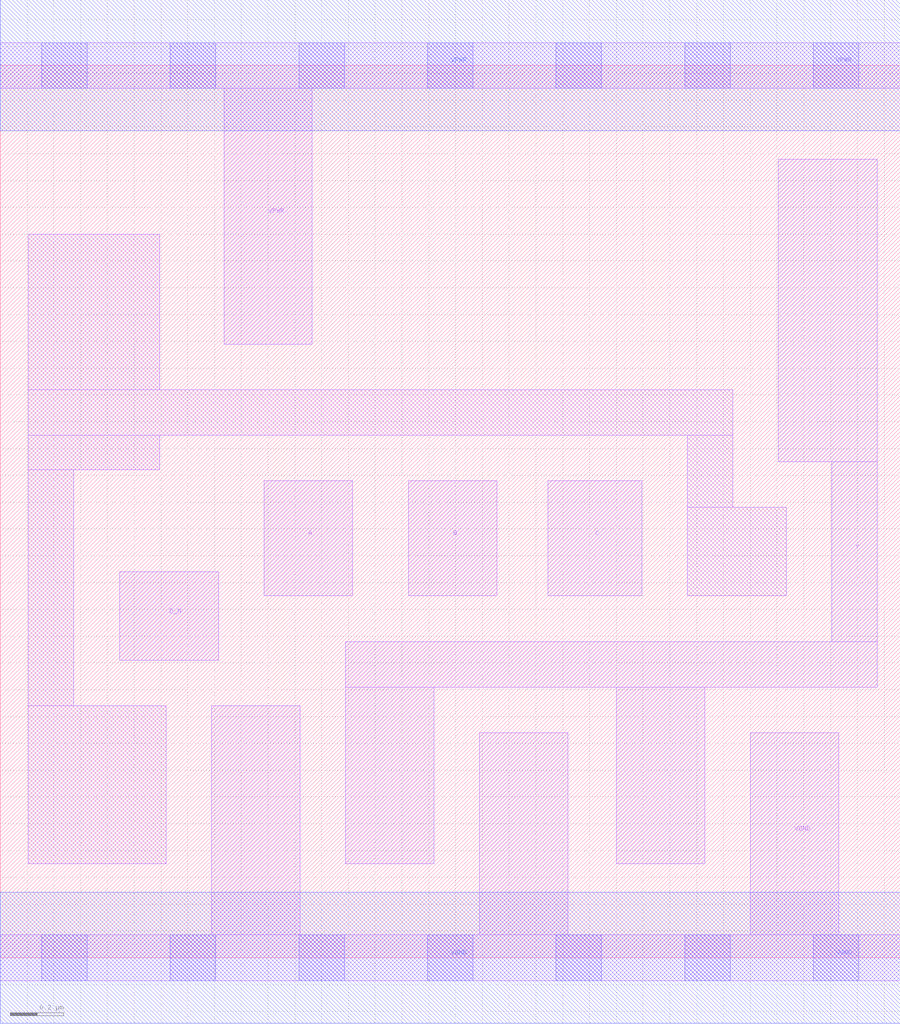
<source format=lef>
# Copyright 2020 The SkyWater PDK Authors
#
# Licensed under the Apache License, Version 2.0 (the "License");
# you may not use this file except in compliance with the License.
# You may obtain a copy of the License at
#
#     https://www.apache.org/licenses/LICENSE-2.0
#
# Unless required by applicable law or agreed to in writing, software
# distributed under the License is distributed on an "AS IS" BASIS,
# WITHOUT WARRANTIES OR CONDITIONS OF ANY KIND, either express or implied.
# See the License for the specific language governing permissions and
# limitations under the License.
#
# SPDX-License-Identifier: Apache-2.0

VERSION 5.7 ;
  NAMESCASESENSITIVE ON ;
  NOWIREEXTENSIONATPIN ON ;
  DIVIDERCHAR "/" ;
  BUSBITCHARS "[]" ;
UNITS
  DATABASE MICRONS 200 ;
END UNITS
MACRO sky130_fd_sc_hs__nor4b_1
  CLASS CORE ;
  SOURCE USER ;
  FOREIGN sky130_fd_sc_hs__nor4b_1 ;
  ORIGIN  0.000000  0.000000 ;
  SIZE  3.360000 BY  3.330000 ;
  SYMMETRY X Y ;
  SITE unit ;
  PIN A
    ANTENNAGATEAREA  0.279000 ;
    DIRECTION INPUT ;
    USE SIGNAL ;
    PORT
      LAYER li1 ;
        RECT 0.985000 1.350000 1.315000 1.780000 ;
    END
  END A
  PIN B
    ANTENNAGATEAREA  0.279000 ;
    DIRECTION INPUT ;
    USE SIGNAL ;
    PORT
      LAYER li1 ;
        RECT 1.525000 1.350000 1.855000 1.780000 ;
    END
  END B
  PIN C
    ANTENNAGATEAREA  0.279000 ;
    DIRECTION INPUT ;
    USE SIGNAL ;
    PORT
      LAYER li1 ;
        RECT 2.045000 1.350000 2.395000 1.780000 ;
    END
  END C
  PIN D_N
    ANTENNAGATEAREA  0.208500 ;
    DIRECTION INPUT ;
    USE SIGNAL ;
    PORT
      LAYER li1 ;
        RECT 0.445000 1.110000 0.815000 1.440000 ;
    END
  END D_N
  PIN Y
    ANTENNADIFFAREA  0.879200 ;
    DIRECTION OUTPUT ;
    USE SIGNAL ;
    PORT
      LAYER li1 ;
        RECT 1.290000 0.350000 1.620000 1.010000 ;
        RECT 1.290000 1.010000 3.275000 1.180000 ;
        RECT 2.300000 0.350000 2.630000 1.010000 ;
        RECT 2.905000 1.850000 3.275000 2.980000 ;
        RECT 3.105000 1.180000 3.275000 1.850000 ;
    END
  END Y
  PIN VGND
    DIRECTION INOUT ;
    USE GROUND ;
    PORT
      LAYER li1 ;
        RECT 0.000000 -0.085000 3.360000 0.085000 ;
        RECT 0.790000  0.085000 1.120000 0.940000 ;
        RECT 1.790000  0.085000 2.120000 0.840000 ;
        RECT 2.800000  0.085000 3.130000 0.840000 ;
      LAYER mcon ;
        RECT 0.155000 -0.085000 0.325000 0.085000 ;
        RECT 0.635000 -0.085000 0.805000 0.085000 ;
        RECT 1.115000 -0.085000 1.285000 0.085000 ;
        RECT 1.595000 -0.085000 1.765000 0.085000 ;
        RECT 2.075000 -0.085000 2.245000 0.085000 ;
        RECT 2.555000 -0.085000 2.725000 0.085000 ;
        RECT 3.035000 -0.085000 3.205000 0.085000 ;
      LAYER met1 ;
        RECT 0.000000 -0.245000 3.360000 0.245000 ;
    END
  END VGND
  PIN VPWR
    DIRECTION INOUT ;
    USE POWER ;
    PORT
      LAYER li1 ;
        RECT 0.000000 3.245000 3.360000 3.415000 ;
        RECT 0.835000 2.290000 1.165000 3.245000 ;
      LAYER mcon ;
        RECT 0.155000 3.245000 0.325000 3.415000 ;
        RECT 0.635000 3.245000 0.805000 3.415000 ;
        RECT 1.115000 3.245000 1.285000 3.415000 ;
        RECT 1.595000 3.245000 1.765000 3.415000 ;
        RECT 2.075000 3.245000 2.245000 3.415000 ;
        RECT 2.555000 3.245000 2.725000 3.415000 ;
        RECT 3.035000 3.245000 3.205000 3.415000 ;
      LAYER met1 ;
        RECT 0.000000 3.085000 3.360000 3.575000 ;
    END
  END VPWR
  OBS
    LAYER li1 ;
      RECT 0.105000 0.350000 0.620000 0.940000 ;
      RECT 0.105000 0.940000 0.275000 1.820000 ;
      RECT 0.105000 1.820000 0.595000 1.950000 ;
      RECT 0.105000 1.950000 2.735000 2.120000 ;
      RECT 0.105000 2.120000 0.595000 2.700000 ;
      RECT 2.565000 1.350000 2.935000 1.680000 ;
      RECT 2.565000 1.680000 2.735000 1.950000 ;
  END
END sky130_fd_sc_hs__nor4b_1

</source>
